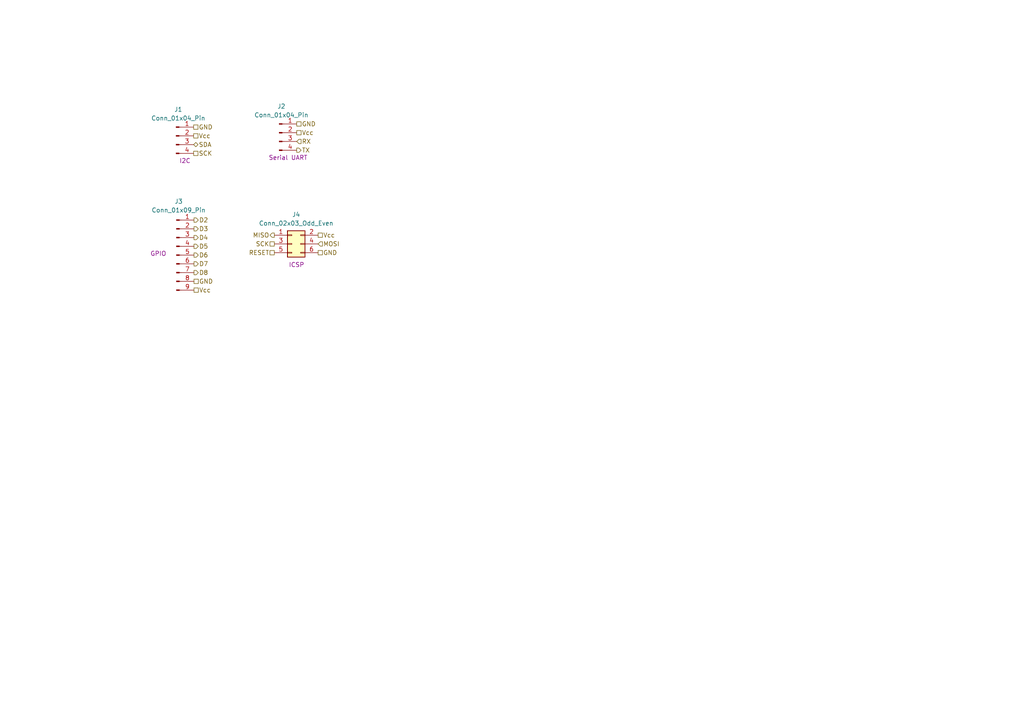
<source format=kicad_sch>
(kicad_sch (version 20230121) (generator eeschema)
  (paper "A4")
  (lib_symbols
    (symbol "Connector:Conn_01x04_Pin" (pin_names (offset 1.016) hide)
      (property "Reference" "J" (at 0 5.08 0))
      (property "Value" "Conn_01x04_Pin" (at 0 -7.62 0))
      (symbol "Conn_01x04_Pin_1_1"
        (polyline (pts (xy 1.27 -5.08) (xy 0.8636 -5.08)) (stroke (width 0.1524)))
        (polyline (pts (xy 1.27 -2.54) (xy 0.8636 -2.54)) (stroke (width 0.1524)))
        (polyline (pts (xy 1.27 0) (xy 0.8636 0)) (stroke (width 0.1524)))
        (polyline (pts (xy 1.27 2.54) (xy 0.8636 2.54)) (stroke (width 0.1524)))
        (rectangle (start 0.8636 -4.953) (end 0 -5.207) (stroke (width 0.1524)) (fill (type outline)))
        (rectangle (start 0.8636 -2.413) (end 0 -2.667) (stroke (width 0.1524)) (fill (type outline)))
        (rectangle (start 0.8636 0.127) (end 0 -0.127) (stroke (width 0.1524)) (fill (type outline)))
        (rectangle (start 0.8636 2.667) (end 0 2.413) (stroke (width 0.1524)) (fill (type outline)))
        (pin passive line (at 5.08 2.54 180) (length 3.81) (name "Pin_1") (number "1"))
        (pin passive line (at 5.08 0 180) (length 3.81) (name "Pin_2") (number "2"))
        (pin passive line (at 5.08 -2.54 180) (length 3.81) (name "Pin_3") (number "3"))
        (pin passive line (at 5.08 -5.08 180) (length 3.81) (name "Pin_4") (number "4"))
      )
    )
    (symbol "Connector:Conn_01x09_Pin" (pin_names (offset 1.016) hide)
      (property "Reference" "J" (at 0 12.7 0))
      (property "Value" "Conn_01x09_Pin" (at 0 -12.7 0))
      (symbol "Conn_01x09_Pin_1_1"
        (polyline (pts (xy 1.27 -10.16) (xy 0.8636 -10.16)) (stroke (width 0.1524)))
        (polyline (pts (xy 1.27 -7.62) (xy 0.8636 -7.62)) (stroke (width 0.1524)))
        (polyline (pts (xy 1.27 -5.08) (xy 0.8636 -5.08)) (stroke (width 0.1524)))
        (polyline (pts (xy 1.27 -2.54) (xy 0.8636 -2.54)) (stroke (width 0.1524)))
        (polyline (pts (xy 1.27 0) (xy 0.8636 0)) (stroke (width 0.1524)))
        (polyline (pts (xy 1.27 2.54) (xy 0.8636 2.54)) (stroke (width 0.1524)))
        (polyline (pts (xy 1.27 5.08) (xy 0.8636 5.08)) (stroke (width 0.1524)))
        (polyline (pts (xy 1.27 7.62) (xy 0.8636 7.62)) (stroke (width 0.1524)))
        (polyline (pts (xy 1.27 10.16) (xy 0.8636 10.16)) (stroke (width 0.1524)))
        (rectangle (start 0.8636 -10.033) (end 0 -10.287) (stroke (width 0.1524)) (fill (type outline)))
        (rectangle (start 0.8636 -7.493) (end 0 -7.747) (stroke (width 0.1524)) (fill (type outline)))
        (rectangle (start 0.8636 -4.953) (end 0 -5.207) (stroke (width 0.1524)) (fill (type outline)))
        (rectangle (start 0.8636 -2.413) (end 0 -2.667) (stroke (width 0.1524)) (fill (type outline)))
        (rectangle (start 0.8636 0.127) (end 0 -0.127) (stroke (width 0.1524)) (fill (type outline)))
        (rectangle (start 0.8636 2.667) (end 0 2.413) (stroke (width 0.1524)) (fill (type outline)))
        (rectangle (start 0.8636 5.207) (end 0 4.953) (stroke (width 0.1524)) (fill (type outline)))
        (rectangle (start 0.8636 7.747) (end 0 7.493) (stroke (width 0.1524)) (fill (type outline)))
        (rectangle (start 0.8636 10.287) (end 0 10.033) (stroke (width 0.1524)) (fill (type outline)))
        (pin passive line (at 5.08 10.16 180) (length 3.81) (name "Pin_1") (number "1"))
        (pin passive line (at 5.08 7.62 180) (length 3.81) (name "Pin_2") (number "2"))
        (pin passive line (at 5.08 5.08 180) (length 3.81) (name "Pin_3") (number "3"))
        (pin passive line (at 5.08 2.54 180) (length 3.81) (name "Pin_4") (number "4"))
        (pin passive line (at 5.08 0 180) (length 3.81) (name "Pin_5") (number "5"))
        (pin passive line (at 5.08 -2.54 180) (length 3.81) (name "Pin_6") (number "6"))
        (pin passive line (at 5.08 -5.08 180) (length 3.81) (name "Pin_7") (number "7"))
        (pin passive line (at 5.08 -7.62 180) (length 3.81) (name "Pin_8") (number "8"))
        (pin passive line (at 5.08 -10.16 180) (length 3.81) (name "Pin_9") (number "9"))
      )
    )
    (symbol "Connector_Generic:Conn_02x03_Odd_Even" (pin_names (offset 1.016) hide)
      (property "Reference" "J" (at 1.27 5.08 0))
      (property "Value" "Conn_02x03_Odd_Even" (at 1.27 -5.08 0))
      (symbol "Conn_02x03_Odd_Even_1_1"
        (rectangle (start -1.27 -2.413) (end 0 -2.667) (stroke (width 0.1524)))
        (rectangle (start -1.27 0.127) (end 0 -0.127) (stroke (width 0.1524)))
        (rectangle (start -1.27 2.667) (end 0 2.413) (stroke (width 0.1524)))
        (rectangle (start -1.27 3.81) (end 3.81 -3.81) (stroke (width 0.254)) (fill (type background)))
        (rectangle (start 3.81 -2.413) (end 2.54 -2.667) (stroke (width 0.1524)))
        (rectangle (start 3.81 0.127) (end 2.54 -0.127) (stroke (width 0.1524)))
        (rectangle (start 3.81 2.667) (end 2.54 2.413) (stroke (width 0.1524)))
        (pin passive line (at -5.08 2.54 0) (length 3.81) (name "Pin_1") (number "1"))
        (pin passive line (at 7.62 2.54 180) (length 3.81) (name "Pin_2") (number "2"))
        (pin passive line (at -5.08 0 0) (length 3.81) (name "Pin_3") (number "3"))
        (pin passive line (at 7.62 0 180) (length 3.81) (name "Pin_4") (number "4"))
        (pin passive line (at -5.08 -2.54 0) (length 3.81) (name "Pin_5") (number "5"))
        (pin passive line (at 7.62 -2.54 180) (length 3.81) (name "Pin_6") (number "6"))
      )
    )
  )
  (hierarchical_label "MISO" (shape output) (at 79.5625 68.214 180))
  (hierarchical_label "SCK" (shape passive) (at 56.1601 44.4884 0))
  (hierarchical_label "GND" (shape passive) (at 56.1601 36.8684 0))
  (hierarchical_label "SDA" (shape bidirectional) (at 56.1601 41.9484 0))
  (hierarchical_label "D5" (shape output) (at 56.2613 71.4476 0))
  (hierarchical_label "TX" (shape output) (at 86.0656 43.5721 0))
  (hierarchical_label "Vcc" (shape passive) (at 92.2625 68.214 0))
  (hierarchical_label "D7" (shape output) (at 56.2613 76.5276 0))
  (hierarchical_label "MOSI" (shape input) (at 92.2625 70.754 0))
  (hierarchical_label "RESET" (shape passive) (at 79.5625 73.294 180))
  (hierarchical_label "SCK" (shape passive) (at 79.5625 70.754 180))
  (hierarchical_label "D4" (shape output) (at 56.2613 68.9076 0))
  (hierarchical_label "Vcc" (shape passive) (at 56.2613 84.1476 0))
  (hierarchical_label "Vcc" (shape passive) (at 86.0656 38.4921 0))
  (hierarchical_label "D8" (shape output) (at 56.2613 79.0676 0))
  (hierarchical_label "D2" (shape output) (at 56.2613 63.8276 0))
  (hierarchical_label "Vcc" (shape passive) (at 56.1601 39.4084 0))
  (hierarchical_label "D3" (shape output) (at 56.2613 66.3676 0))
  (hierarchical_label "GND" (shape passive) (at 92.2625 73.294 0))
  (hierarchical_label "GND" (shape passive) (at 86.0656 35.9521 0))
  (hierarchical_label "RX" (shape input) (at 86.0656 41.0321 0))
  (hierarchical_label "GND" (shape passive) (at 56.2613 81.6076 0))
  (hierarchical_label "D6" (shape output) (at 56.2613 73.9876 0))
  (symbol (lib_id "Connector:Conn_01x04_Pin") (at 80.9856 38.4921 0) (unit 1)
    (property "Reference" "J2" (at 81.6206 30.8337 0))
    (property "Value" "Conn_01x04_Pin" (at 81.6206 33.3737 0))
    (property "Footprint" "Connector_PinHeader_2.54mm:PinHeader_1x04_P2.54mm_Vertical" (effects hide))
    (property "Purpose" "Serial UART" (at 83.562 45.7068 0))
  )
  (symbol (lib_id "Connector:Conn_01x09_Pin") (at 51.1813 73.9876 0) (unit 1)
    (property "Reference" "J3" (at 51.8163 58.42 0))
    (property "Value" "Conn_01x09_Pin" (at 51.8163 60.96 0))
    (property "Footprint" "Connector_PinHeader_2.54mm:PinHeader_1x09_P2.54mm_Vertical" (effects hide))
    (property "Purpose" "GPIO" (at 45.9234 73.5326 0))
  )
  (symbol (lib_id "Connector_Generic:Conn_02x03_Odd_Even") (at 84.6425 70.754 0) (unit 1)
    (property "Reference" "J4" (at 85.9125 62.23 0))
    (property "Value" "Conn_02x03_Odd_Even" (at 85.9125 64.77 0))
    (property "Footprint" "Connector_PinHeader_2.54mm:PinHeader_2x03_P2.54mm_Vertical" (effects hide))
    (property "Purpose" "ICSP" (at 86.012 76.7773 0))
  )
  (symbol (lib_id "Connector:Conn_01x04_Pin") (at 51.0801 39.4084 0) (unit 1)
    (property "Reference" "J1" (at 51.7151 31.75 0))
    (property "Value" "Conn_01x04_Pin" (at 51.7151 34.29 0))
    (property "Footprint" "Connector_PinHeader_2.54mm:PinHeader_1x04_P2.54mm_Vertical" (effects hide))
    (property "Purpose" "I2C" (at 53.6565 46.6231 0))
  )
)
</source>
